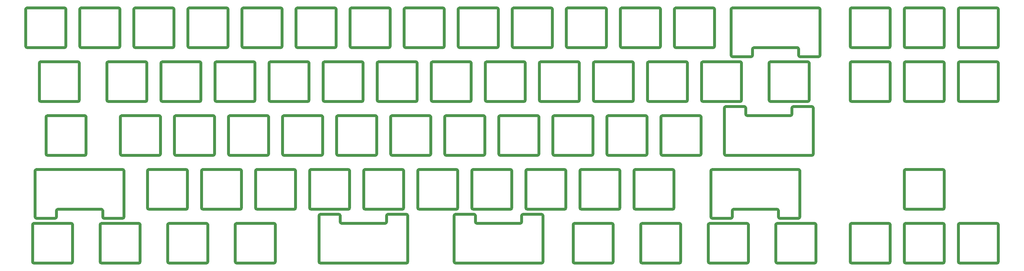
<source format=gbr>
%TF.GenerationSoftware,KiCad,Pcbnew,7.0.10*%
%TF.CreationDate,2024-04-23T22:37:38+02:00*%
%TF.ProjectId,plate,706c6174-652e-46b6-9963-61645f706362,rev?*%
%TF.SameCoordinates,Original*%
%TF.FileFunction,Copper,L1,Top*%
%TF.FilePolarity,Positive*%
%FSLAX46Y46*%
G04 Gerber Fmt 4.6, Leading zero omitted, Abs format (unit mm)*
G04 Created by KiCad (PCBNEW 7.0.10) date 2024-04-23 22:37:38*
%MOMM*%
%LPD*%
G01*
G04 APERTURE LIST*
%TA.AperFunction,EtchedComponent*%
%ADD10C,1.000000*%
%TD*%
G04 APERTURE END LIST*
D10*
%TO.C,MX63*%
X87956250Y-142750000D02*
X87956250Y-129650000D01*
X88456250Y-129150000D02*
X101556250Y-129150000D01*
X101556250Y-143250000D02*
X88456250Y-143250000D01*
X102056250Y-129650000D02*
X102056250Y-142750000D01*
X88456250Y-129150000D02*
G75*
G03*
X87956250Y-129650000I1J-500001D01*
G01*
X87956250Y-142750000D02*
G75*
G03*
X88456250Y-143250000I500001J1D01*
G01*
X102056250Y-129650000D02*
G75*
G03*
X101556250Y-129150000I-500000J0D01*
G01*
X101556250Y-143250000D02*
G75*
G03*
X102056250Y-142750000I0J500000D01*
G01*
%TO.C,MX45*%
X242737500Y-104650000D02*
X242737500Y-91550000D01*
X243237500Y-91050000D02*
X256337500Y-91050000D01*
X256337500Y-105150000D02*
X243237500Y-105150000D01*
X256837500Y-91550000D02*
X256837500Y-104650000D01*
X243237500Y-91050000D02*
G75*
G03*
X242737500Y-91550000I1J-500001D01*
G01*
X242737500Y-104650000D02*
G75*
G03*
X243237500Y-105150000I500001J1D01*
G01*
X256837500Y-91550000D02*
G75*
G03*
X256337500Y-91050000I-500000J0D01*
G01*
X256337500Y-105150000D02*
G75*
G03*
X256837500Y-104650000I0J500000D01*
G01*
%TO.C,MX27*%
X218925000Y-85600000D02*
X218925000Y-72500000D01*
X219425000Y-72000000D02*
X232525000Y-72000000D01*
X232525000Y-86100000D02*
X219425000Y-86100000D01*
X233025000Y-72500000D02*
X233025000Y-85600000D01*
X219425000Y-72000000D02*
G75*
G03*
X218925000Y-72500000I1J-500001D01*
G01*
X218925000Y-85600000D02*
G75*
G03*
X219425000Y-86100000I500001J1D01*
G01*
X233025000Y-72500000D02*
G75*
G03*
X232525000Y-72000000I-500000J0D01*
G01*
X232525000Y-86100000D02*
G75*
G03*
X233025000Y-85600000I0J500000D01*
G01*
%TO.C,MX35*%
X45093750Y-104650000D02*
X45093750Y-91550000D01*
X45593750Y-91050000D02*
X58693750Y-91050000D01*
X58693750Y-105150000D02*
X45593750Y-105150000D01*
X59193750Y-91550000D02*
X59193750Y-104650000D01*
X45593750Y-91050000D02*
G75*
G03*
X45093750Y-91550000I1J-500001D01*
G01*
X45093750Y-104650000D02*
G75*
G03*
X45593750Y-105150000I500001J1D01*
G01*
X59193750Y-91550000D02*
G75*
G03*
X58693750Y-91050000I-500000J0D01*
G01*
X58693750Y-105150000D02*
G75*
G03*
X59193750Y-104650000I0J500000D01*
G01*
%TO.C,MX13*%
X266550000Y-66550000D02*
X266550000Y-53450000D01*
X267050000Y-52950000D02*
X280150000Y-52950000D01*
X280150000Y-67050000D02*
X267050000Y-67050000D01*
X280650000Y-53450000D02*
X280650000Y-66550000D01*
X267050000Y-52950000D02*
G75*
G03*
X266550000Y-53450000I1J-500001D01*
G01*
X266550000Y-66550000D02*
G75*
G03*
X267050000Y-67050000I500001J1D01*
G01*
X280650000Y-53450000D02*
G75*
G03*
X280150000Y-52950000I-500000J0D01*
G01*
X280150000Y-67050000D02*
G75*
G03*
X280650000Y-66550000I0J500000D01*
G01*
%TO.C,MX48*%
X41256250Y-126900000D02*
X41256250Y-110600000D01*
X41756250Y-110100000D02*
X72056250Y-110100000D01*
X48256250Y-127400000D02*
X41756250Y-127400000D01*
X48756250Y-124700000D02*
X48756250Y-126900000D01*
X64556250Y-124200000D02*
X49256250Y-124200000D01*
X65056250Y-126900000D02*
X65056250Y-124700000D01*
X72056250Y-127400000D02*
X65556250Y-127400000D01*
X72556250Y-110650000D02*
X72556250Y-126900000D01*
X41756250Y-110100000D02*
G75*
G03*
X41256250Y-110600000I1J-500001D01*
G01*
X41256250Y-126900000D02*
G75*
G03*
X41756250Y-127400000I500001J1D01*
G01*
X49256250Y-124200000D02*
G75*
G03*
X48756250Y-124700000I1J-500001D01*
G01*
X48256250Y-127400000D02*
G75*
G03*
X48756250Y-126900000I-1J500001D01*
G01*
X65056250Y-124700000D02*
G75*
G03*
X64556250Y-124200000I-500000J0D01*
G01*
X65056250Y-126900000D02*
G75*
G03*
X65556250Y-127400000I500000J0D01*
G01*
X72556250Y-110600000D02*
G75*
G03*
X72056250Y-110100000I-500000J0D01*
G01*
X72056250Y-127400000D02*
G75*
G03*
X72556250Y-126900000I0J500000D01*
G01*
%TO.C,MX31*%
X299887500Y-85600000D02*
X299887500Y-72500000D01*
X300387500Y-72000000D02*
X313487500Y-72000000D01*
X313487500Y-86100000D02*
X300387500Y-86100000D01*
X313987500Y-72500000D02*
X313987500Y-85600000D01*
X300387500Y-72000000D02*
G75*
G03*
X299887500Y-72500000I1J-500001D01*
G01*
X299887500Y-85600000D02*
G75*
G03*
X300387500Y-86100000I500001J1D01*
G01*
X313987500Y-72500000D02*
G75*
G03*
X313487500Y-72000000I-500000J0D01*
G01*
X313487500Y-86100000D02*
G75*
G03*
X313987500Y-85600000I0J500000D01*
G01*
%TO.C,MX36*%
X71287500Y-104650000D02*
X71287500Y-91550000D01*
X71787500Y-91050000D02*
X84887500Y-91050000D01*
X84887500Y-105150000D02*
X71787500Y-105150000D01*
X85387500Y-91550000D02*
X85387500Y-104650000D01*
X71787500Y-91050000D02*
G75*
G03*
X71287500Y-91550000I1J-500001D01*
G01*
X71287500Y-104650000D02*
G75*
G03*
X71787500Y-105150000I500001J1D01*
G01*
X85387500Y-91550000D02*
G75*
G03*
X84887500Y-91050000I-500000J0D01*
G01*
X84887500Y-105150000D02*
G75*
G03*
X85387500Y-104650000I0J500000D01*
G01*
%TO.C,MX4*%
X95100000Y-66550000D02*
X95100000Y-53450000D01*
X95600000Y-52950000D02*
X108700000Y-52950000D01*
X108700000Y-67050000D02*
X95600000Y-67050000D01*
X109200000Y-53450000D02*
X109200000Y-66550000D01*
X95600000Y-52950000D02*
G75*
G03*
X95100000Y-53450000I1J-500001D01*
G01*
X95100000Y-66550000D02*
G75*
G03*
X95600000Y-67050000I500001J1D01*
G01*
X109200000Y-53450000D02*
G75*
G03*
X108700000Y-52950000I-500000J0D01*
G01*
X108700000Y-67050000D02*
G75*
G03*
X109200000Y-66550000I0J500000D01*
G01*
%TO.C,MX56*%
X214162500Y-123700000D02*
X214162500Y-110600000D01*
X214662500Y-110100000D02*
X227762500Y-110100000D01*
X227762500Y-124200000D02*
X214662500Y-124200000D01*
X228262500Y-110600000D02*
X228262500Y-123700000D01*
X214662500Y-110100000D02*
G75*
G03*
X214162500Y-110600000I1J-500001D01*
G01*
X214162500Y-123700000D02*
G75*
G03*
X214662500Y-124200000I500001J1D01*
G01*
X228262500Y-110600000D02*
G75*
G03*
X227762500Y-110100000I-500000J0D01*
G01*
X227762500Y-124200000D02*
G75*
G03*
X228262500Y-123700000I0J500000D01*
G01*
%TO.C,MX70*%
X302268750Y-142750000D02*
X302268750Y-129650000D01*
X302768750Y-129150000D02*
X315868750Y-129150000D01*
X315868750Y-143250000D02*
X302768750Y-143250000D01*
X316368750Y-129650000D02*
X316368750Y-142750000D01*
X302768750Y-129150000D02*
G75*
G03*
X302268750Y-129650000I1J-500001D01*
G01*
X302268750Y-142750000D02*
G75*
G03*
X302768750Y-143250000I500001J1D01*
G01*
X316368750Y-129650000D02*
G75*
G03*
X315868750Y-129150000I-500000J0D01*
G01*
X315868750Y-143250000D02*
G75*
G03*
X316368750Y-142750000I0J500000D01*
G01*
%TO.C,MX72*%
X347512500Y-142750000D02*
X347512500Y-129650000D01*
X348012500Y-129150000D02*
X361112500Y-129150000D01*
X361112500Y-143250000D02*
X348012500Y-143250000D01*
X361612500Y-129650000D02*
X361612500Y-142750000D01*
X348012500Y-129150000D02*
G75*
G03*
X347512500Y-129650000I1J-500001D01*
G01*
X347512500Y-142750000D02*
G75*
G03*
X348012500Y-143250000I500001J1D01*
G01*
X361612500Y-129650000D02*
G75*
G03*
X361112500Y-129150000I-500000J0D01*
G01*
X361112500Y-143250000D02*
G75*
G03*
X361612500Y-142750000I0J500000D01*
G01*
%TO.C,MX66*%
X220193750Y-126450000D02*
X220193750Y-142750000D01*
X219693750Y-143250000D02*
X189393750Y-143250000D01*
X213193750Y-125950000D02*
X219693750Y-125950000D01*
X212693750Y-128650000D02*
X212693750Y-126450000D01*
X196893750Y-129150000D02*
X212193750Y-129150000D01*
X196393750Y-126450000D02*
X196393750Y-128650000D01*
X189393750Y-125950000D02*
X195893750Y-125950000D01*
X188893750Y-142700000D02*
X188893750Y-126450000D01*
X219693750Y-143250000D02*
G75*
G03*
X220193750Y-142750000I-1J500001D01*
G01*
X220193750Y-126450000D02*
G75*
G03*
X219693750Y-125950000I-500001J-1D01*
G01*
X212193750Y-129150000D02*
G75*
G03*
X212693750Y-128650000I-1J500001D01*
G01*
X213193750Y-125950000D02*
G75*
G03*
X212693750Y-126450000I1J-500001D01*
G01*
X196393750Y-128650000D02*
G75*
G03*
X196893750Y-129150000I500000J0D01*
G01*
X196393750Y-126450000D02*
G75*
G03*
X195893750Y-125950000I-500000J0D01*
G01*
X188893750Y-142750000D02*
G75*
G03*
X189393750Y-143250000I500000J0D01*
G01*
X189393750Y-125950000D02*
G75*
G03*
X188893750Y-126450000I0J-500000D01*
G01*
%TO.C,MX46*%
X261787500Y-104650000D02*
X261787500Y-91550000D01*
X262287500Y-91050000D02*
X275387500Y-91050000D01*
X275387500Y-105150000D02*
X262287500Y-105150000D01*
X275887500Y-91550000D02*
X275887500Y-104650000D01*
X262287500Y-91050000D02*
G75*
G03*
X261787500Y-91550000I1J-500001D01*
G01*
X261787500Y-104650000D02*
G75*
G03*
X262287500Y-105150000I500001J1D01*
G01*
X275887500Y-91550000D02*
G75*
G03*
X275387500Y-91050000I-500000J0D01*
G01*
X275387500Y-105150000D02*
G75*
G03*
X275887500Y-104650000I0J500000D01*
G01*
%TO.C,MX49*%
X80812500Y-123700000D02*
X80812500Y-110600000D01*
X81312500Y-110100000D02*
X94412500Y-110100000D01*
X94412500Y-124200000D02*
X81312500Y-124200000D01*
X94912500Y-110600000D02*
X94912500Y-123700000D01*
X81312500Y-110100000D02*
G75*
G03*
X80812500Y-110600000I1J-500001D01*
G01*
X80812500Y-123700000D02*
G75*
G03*
X81312500Y-124200000I500001J1D01*
G01*
X94912500Y-110600000D02*
G75*
G03*
X94412500Y-110100000I-500000J0D01*
G01*
X94412500Y-124200000D02*
G75*
G03*
X94912500Y-123700000I0J500000D01*
G01*
%TO.C,MX3*%
X76050000Y-66550000D02*
X76050000Y-53450000D01*
X76550000Y-52950000D02*
X89650000Y-52950000D01*
X89650000Y-67050000D02*
X76550000Y-67050000D01*
X90150000Y-53450000D02*
X90150000Y-66550000D01*
X76550000Y-52950000D02*
G75*
G03*
X76050000Y-53450000I1J-500001D01*
G01*
X76050000Y-66550000D02*
G75*
G03*
X76550000Y-67050000I500001J1D01*
G01*
X90150000Y-53450000D02*
G75*
G03*
X89650000Y-52950000I-500000J0D01*
G01*
X89650000Y-67050000D02*
G75*
G03*
X90150000Y-66550000I0J500000D01*
G01*
%TO.C,MX54*%
X176062500Y-123700000D02*
X176062500Y-110600000D01*
X176562500Y-110100000D02*
X189662500Y-110100000D01*
X189662500Y-124200000D02*
X176562500Y-124200000D01*
X190162500Y-110600000D02*
X190162500Y-123700000D01*
X176562500Y-110100000D02*
G75*
G03*
X176062500Y-110600000I1J-500001D01*
G01*
X176062500Y-123700000D02*
G75*
G03*
X176562500Y-124200000I500001J1D01*
G01*
X190162500Y-110600000D02*
G75*
G03*
X189662500Y-110100000I-500000J0D01*
G01*
X189662500Y-124200000D02*
G75*
G03*
X190162500Y-123700000I0J500000D01*
G01*
%TO.C,MX38*%
X109387500Y-104650000D02*
X109387500Y-91550000D01*
X109887500Y-91050000D02*
X122987500Y-91050000D01*
X122987500Y-105150000D02*
X109887500Y-105150000D01*
X123487500Y-91550000D02*
X123487500Y-104650000D01*
X109887500Y-91050000D02*
G75*
G03*
X109387500Y-91550000I1J-500001D01*
G01*
X109387500Y-104650000D02*
G75*
G03*
X109887500Y-105150000I500001J1D01*
G01*
X123487500Y-91550000D02*
G75*
G03*
X122987500Y-91050000I-500000J0D01*
G01*
X122987500Y-105150000D02*
G75*
G03*
X123487500Y-104650000I0J500000D01*
G01*
%TO.C,MX25*%
X180825000Y-85600000D02*
X180825000Y-72500000D01*
X181325000Y-72000000D02*
X194425000Y-72000000D01*
X194425000Y-86100000D02*
X181325000Y-86100000D01*
X194925000Y-72500000D02*
X194925000Y-85600000D01*
X181325000Y-72000000D02*
G75*
G03*
X180825000Y-72500000I1J-500001D01*
G01*
X180825000Y-85600000D02*
G75*
G03*
X181325000Y-86100000I500001J1D01*
G01*
X194925000Y-72500000D02*
G75*
G03*
X194425000Y-72000000I-500000J0D01*
G01*
X194425000Y-86100000D02*
G75*
G03*
X194925000Y-85600000I0J500000D01*
G01*
%TO.C,MX26*%
X199875000Y-85600000D02*
X199875000Y-72500000D01*
X200375000Y-72000000D02*
X213475000Y-72000000D01*
X213475000Y-86100000D02*
X200375000Y-86100000D01*
X213975000Y-72500000D02*
X213975000Y-85600000D01*
X200375000Y-72000000D02*
G75*
G03*
X199875000Y-72500000I1J-500001D01*
G01*
X199875000Y-85600000D02*
G75*
G03*
X200375000Y-86100000I500001J1D01*
G01*
X213975000Y-72500000D02*
G75*
G03*
X213475000Y-72000000I-500000J0D01*
G01*
X213475000Y-86100000D02*
G75*
G03*
X213975000Y-85600000I0J500000D01*
G01*
%TO.C,MX71*%
X328462500Y-142750000D02*
X328462500Y-129650000D01*
X328962500Y-129150000D02*
X342062500Y-129150000D01*
X342062500Y-143250000D02*
X328962500Y-143250000D01*
X342562500Y-129650000D02*
X342562500Y-142750000D01*
X328962500Y-129150000D02*
G75*
G03*
X328462500Y-129650000I1J-500001D01*
G01*
X328462500Y-142750000D02*
G75*
G03*
X328962500Y-143250000I500001J1D01*
G01*
X342562500Y-129650000D02*
G75*
G03*
X342062500Y-129150000I-500000J0D01*
G01*
X342062500Y-143250000D02*
G75*
G03*
X342562500Y-142750000I0J500000D01*
G01*
%TO.C,MX67*%
X230831250Y-142750000D02*
X230831250Y-129650000D01*
X231331250Y-129150000D02*
X244431250Y-129150000D01*
X244431250Y-143250000D02*
X231331250Y-143250000D01*
X244931250Y-129650000D02*
X244931250Y-142750000D01*
X231331250Y-129150000D02*
G75*
G03*
X230831250Y-129650000I1J-500001D01*
G01*
X230831250Y-142750000D02*
G75*
G03*
X231331250Y-143250000I500001J1D01*
G01*
X244931250Y-129650000D02*
G75*
G03*
X244431250Y-129150000I-500000J0D01*
G01*
X244431250Y-143250000D02*
G75*
G03*
X244931250Y-142750000I0J500000D01*
G01*
%TO.C,MX58*%
X252262500Y-123700000D02*
X252262500Y-110600000D01*
X252762500Y-110100000D02*
X265862500Y-110100000D01*
X265862500Y-124200000D02*
X252762500Y-124200000D01*
X266362500Y-110600000D02*
X266362500Y-123700000D01*
X252762500Y-110100000D02*
G75*
G03*
X252262500Y-110600000I1J-500001D01*
G01*
X252262500Y-123700000D02*
G75*
G03*
X252762500Y-124200000I500001J1D01*
G01*
X266362500Y-110600000D02*
G75*
G03*
X265862500Y-110100000I-500000J0D01*
G01*
X265862500Y-124200000D02*
G75*
G03*
X266362500Y-123700000I0J500000D01*
G01*
%TO.C,MX47*%
X315443750Y-88350000D02*
X315443750Y-104650000D01*
X314943750Y-105150000D02*
X284643750Y-105150000D01*
X308443750Y-87850000D02*
X314943750Y-87850000D01*
X307943750Y-90550000D02*
X307943750Y-88350000D01*
X292143750Y-91050000D02*
X307443750Y-91050000D01*
X291643750Y-88350000D02*
X291643750Y-90550000D01*
X284643750Y-87850000D02*
X291143750Y-87850000D01*
X284143750Y-104600000D02*
X284143750Y-88350000D01*
X314943750Y-105150000D02*
G75*
G03*
X315443750Y-104650000I-1J500001D01*
G01*
X315443750Y-88350000D02*
G75*
G03*
X314943750Y-87850000I-500001J-1D01*
G01*
X307443750Y-91050000D02*
G75*
G03*
X307943750Y-90550000I-1J500001D01*
G01*
X308443750Y-87850000D02*
G75*
G03*
X307943750Y-88350000I1J-500001D01*
G01*
X291643750Y-90550000D02*
G75*
G03*
X292143750Y-91050000I500000J0D01*
G01*
X291643750Y-88350000D02*
G75*
G03*
X291143750Y-87850000I-500000J0D01*
G01*
X284143750Y-104650000D02*
G75*
G03*
X284643750Y-105150000I500000J0D01*
G01*
X284643750Y-87850000D02*
G75*
G03*
X284143750Y-88350000I0J-500000D01*
G01*
%TO.C,MX44*%
X223687500Y-104650000D02*
X223687500Y-91550000D01*
X224187500Y-91050000D02*
X237287500Y-91050000D01*
X237287500Y-105150000D02*
X224187500Y-105150000D01*
X237787500Y-91550000D02*
X237787500Y-104650000D01*
X224187500Y-91050000D02*
G75*
G03*
X223687500Y-91550000I1J-500001D01*
G01*
X223687500Y-104650000D02*
G75*
G03*
X224187500Y-105150000I500001J1D01*
G01*
X237787500Y-91550000D02*
G75*
G03*
X237287500Y-91050000I-500000J0D01*
G01*
X237287500Y-105150000D02*
G75*
G03*
X237787500Y-104650000I0J500000D01*
G01*
%TO.C,MX29*%
X257025000Y-85600000D02*
X257025000Y-72500000D01*
X257525000Y-72000000D02*
X270625000Y-72000000D01*
X270625000Y-86100000D02*
X257525000Y-86100000D01*
X271125000Y-72500000D02*
X271125000Y-85600000D01*
X257525000Y-72000000D02*
G75*
G03*
X257025000Y-72500000I1J-500001D01*
G01*
X257025000Y-85600000D02*
G75*
G03*
X257525000Y-86100000I500001J1D01*
G01*
X271125000Y-72500000D02*
G75*
G03*
X270625000Y-72000000I-500000J0D01*
G01*
X270625000Y-86100000D02*
G75*
G03*
X271125000Y-85600000I0J500000D01*
G01*
%TO.C,MX15*%
X328462500Y-66550000D02*
X328462500Y-53450000D01*
X328962500Y-52950000D02*
X342062500Y-52950000D01*
X342062500Y-67050000D02*
X328962500Y-67050000D01*
X342562500Y-53450000D02*
X342562500Y-66550000D01*
X328962500Y-52950000D02*
G75*
G03*
X328462500Y-53450000I1J-500001D01*
G01*
X328462500Y-66550000D02*
G75*
G03*
X328962500Y-67050000I500001J1D01*
G01*
X342562500Y-53450000D02*
G75*
G03*
X342062500Y-52950000I-500000J0D01*
G01*
X342062500Y-67050000D02*
G75*
G03*
X342562500Y-66550000I0J500000D01*
G01*
%TO.C,MX40*%
X147487500Y-104650000D02*
X147487500Y-91550000D01*
X147987500Y-91050000D02*
X161087500Y-91050000D01*
X161087500Y-105150000D02*
X147987500Y-105150000D01*
X161587500Y-91550000D02*
X161587500Y-104650000D01*
X147987500Y-91050000D02*
G75*
G03*
X147487500Y-91550000I1J-500001D01*
G01*
X147487500Y-104650000D02*
G75*
G03*
X147987500Y-105150000I500001J1D01*
G01*
X161587500Y-91550000D02*
G75*
G03*
X161087500Y-91050000I-500000J0D01*
G01*
X161087500Y-105150000D02*
G75*
G03*
X161587500Y-104650000I0J500000D01*
G01*
%TO.C,MX18*%
X42712500Y-85600000D02*
X42712500Y-72500000D01*
X43212500Y-72000000D02*
X56312500Y-72000000D01*
X56312500Y-86100000D02*
X43212500Y-86100000D01*
X56812500Y-72500000D02*
X56812500Y-85600000D01*
X43212500Y-72000000D02*
G75*
G03*
X42712500Y-72500000I1J-500001D01*
G01*
X42712500Y-85600000D02*
G75*
G03*
X43212500Y-86100000I500001J1D01*
G01*
X56812500Y-72500000D02*
G75*
G03*
X56312500Y-72000000I-500000J0D01*
G01*
X56312500Y-86100000D02*
G75*
G03*
X56812500Y-85600000I0J500000D01*
G01*
%TO.C,MX55*%
X195112500Y-123700000D02*
X195112500Y-110600000D01*
X195612500Y-110100000D02*
X208712500Y-110100000D01*
X208712500Y-124200000D02*
X195612500Y-124200000D01*
X209212500Y-110600000D02*
X209212500Y-123700000D01*
X195612500Y-110100000D02*
G75*
G03*
X195112500Y-110600000I1J-500001D01*
G01*
X195112500Y-123700000D02*
G75*
G03*
X195612500Y-124200000I500001J1D01*
G01*
X209212500Y-110600000D02*
G75*
G03*
X208712500Y-110100000I-500000J0D01*
G01*
X208712500Y-124200000D02*
G75*
G03*
X209212500Y-123700000I0J500000D01*
G01*
%TO.C,MX69*%
X278456250Y-142750000D02*
X278456250Y-129650000D01*
X278956250Y-129150000D02*
X292056250Y-129150000D01*
X292056250Y-143250000D02*
X278956250Y-143250000D01*
X292556250Y-129650000D02*
X292556250Y-142750000D01*
X278956250Y-129150000D02*
G75*
G03*
X278456250Y-129650000I1J-500001D01*
G01*
X278456250Y-142750000D02*
G75*
G03*
X278956250Y-143250000I500001J1D01*
G01*
X292556250Y-129650000D02*
G75*
G03*
X292056250Y-129150000I-500000J0D01*
G01*
X292056250Y-143250000D02*
G75*
G03*
X292556250Y-142750000I0J500000D01*
G01*
%TO.C,MX52*%
X137962500Y-123700000D02*
X137962500Y-110600000D01*
X138462500Y-110100000D02*
X151562500Y-110100000D01*
X151562500Y-124200000D02*
X138462500Y-124200000D01*
X152062500Y-110600000D02*
X152062500Y-123700000D01*
X138462500Y-110100000D02*
G75*
G03*
X137962500Y-110600000I1J-500001D01*
G01*
X137962500Y-123700000D02*
G75*
G03*
X138462500Y-124200000I500001J1D01*
G01*
X152062500Y-110600000D02*
G75*
G03*
X151562500Y-110100000I-500000J0D01*
G01*
X151562500Y-124200000D02*
G75*
G03*
X152062500Y-123700000I0J500000D01*
G01*
%TO.C,MX43*%
X204637500Y-104650000D02*
X204637500Y-91550000D01*
X205137500Y-91050000D02*
X218237500Y-91050000D01*
X218237500Y-105150000D02*
X205137500Y-105150000D01*
X218737500Y-91550000D02*
X218737500Y-104650000D01*
X205137500Y-91050000D02*
G75*
G03*
X204637500Y-91550000I1J-500001D01*
G01*
X204637500Y-104650000D02*
G75*
G03*
X205137500Y-105150000I500001J1D01*
G01*
X218737500Y-91550000D02*
G75*
G03*
X218237500Y-91050000I-500000J0D01*
G01*
X218237500Y-105150000D02*
G75*
G03*
X218737500Y-104650000I0J500000D01*
G01*
%TO.C,MX33*%
X347512500Y-85600000D02*
X347512500Y-72500000D01*
X348012500Y-72000000D02*
X361112500Y-72000000D01*
X361112500Y-86100000D02*
X348012500Y-86100000D01*
X361612500Y-72500000D02*
X361612500Y-85600000D01*
X348012500Y-72000000D02*
G75*
G03*
X347512500Y-72500000I1J-500001D01*
G01*
X347512500Y-85600000D02*
G75*
G03*
X348012500Y-86100000I500001J1D01*
G01*
X361612500Y-72500000D02*
G75*
G03*
X361112500Y-72000000I-500000J0D01*
G01*
X361112500Y-86100000D02*
G75*
G03*
X361612500Y-85600000I0J500000D01*
G01*
%TO.C,MX7*%
X152250000Y-66550000D02*
X152250000Y-53450000D01*
X152750000Y-52950000D02*
X165850000Y-52950000D01*
X165850000Y-67050000D02*
X152750000Y-67050000D01*
X166350000Y-53450000D02*
X166350000Y-66550000D01*
X152750000Y-52950000D02*
G75*
G03*
X152250000Y-53450000I1J-500001D01*
G01*
X152250000Y-66550000D02*
G75*
G03*
X152750000Y-67050000I500001J1D01*
G01*
X166350000Y-53450000D02*
G75*
G03*
X165850000Y-52950000I-500000J0D01*
G01*
X165850000Y-67050000D02*
G75*
G03*
X166350000Y-66550000I0J500000D01*
G01*
%TO.C,MX23*%
X142725000Y-85600000D02*
X142725000Y-72500000D01*
X143225000Y-72000000D02*
X156325000Y-72000000D01*
X156325000Y-86100000D02*
X143225000Y-86100000D01*
X156825000Y-72500000D02*
X156825000Y-85600000D01*
X143225000Y-72000000D02*
G75*
G03*
X142725000Y-72500000I1J-500001D01*
G01*
X142725000Y-85600000D02*
G75*
G03*
X143225000Y-86100000I500001J1D01*
G01*
X156825000Y-72500000D02*
G75*
G03*
X156325000Y-72000000I-500000J0D01*
G01*
X156325000Y-86100000D02*
G75*
G03*
X156825000Y-85600000I0J500000D01*
G01*
%TO.C,MX37*%
X90337500Y-104650000D02*
X90337500Y-91550000D01*
X90837500Y-91050000D02*
X103937500Y-91050000D01*
X103937500Y-105150000D02*
X90837500Y-105150000D01*
X104437500Y-91550000D02*
X104437500Y-104650000D01*
X90837500Y-91050000D02*
G75*
G03*
X90337500Y-91550000I1J-500001D01*
G01*
X90337500Y-104650000D02*
G75*
G03*
X90837500Y-105150000I500001J1D01*
G01*
X104437500Y-91550000D02*
G75*
G03*
X103937500Y-91050000I-500000J0D01*
G01*
X103937500Y-105150000D02*
G75*
G03*
X104437500Y-104650000I0J500000D01*
G01*
%TO.C,MX8*%
X171300000Y-66550000D02*
X171300000Y-53450000D01*
X171800000Y-52950000D02*
X184900000Y-52950000D01*
X184900000Y-67050000D02*
X171800000Y-67050000D01*
X185400000Y-53450000D02*
X185400000Y-66550000D01*
X171800000Y-52950000D02*
G75*
G03*
X171300000Y-53450000I1J-500001D01*
G01*
X171300000Y-66550000D02*
G75*
G03*
X171800000Y-67050000I500001J1D01*
G01*
X185400000Y-53450000D02*
G75*
G03*
X184900000Y-52950000I-500000J0D01*
G01*
X184900000Y-67050000D02*
G75*
G03*
X185400000Y-66550000I0J500000D01*
G01*
%TO.C,MX73*%
X366562500Y-142750000D02*
X366562500Y-129650000D01*
X367062500Y-129150000D02*
X380162500Y-129150000D01*
X380162500Y-143250000D02*
X367062500Y-143250000D01*
X380662500Y-129650000D02*
X380662500Y-142750000D01*
X367062500Y-129150000D02*
G75*
G03*
X366562500Y-129650000I1J-500001D01*
G01*
X366562500Y-142750000D02*
G75*
G03*
X367062500Y-143250000I500001J1D01*
G01*
X380662500Y-129650000D02*
G75*
G03*
X380162500Y-129150000I-500000J0D01*
G01*
X380162500Y-143250000D02*
G75*
G03*
X380662500Y-142750000I0J500000D01*
G01*
%TO.C,MX9*%
X190350000Y-66550000D02*
X190350000Y-53450000D01*
X190850000Y-52950000D02*
X203950000Y-52950000D01*
X203950000Y-67050000D02*
X190850000Y-67050000D01*
X204450000Y-53450000D02*
X204450000Y-66550000D01*
X190850000Y-52950000D02*
G75*
G03*
X190350000Y-53450000I1J-500001D01*
G01*
X190350000Y-66550000D02*
G75*
G03*
X190850000Y-67050000I500001J1D01*
G01*
X204450000Y-53450000D02*
G75*
G03*
X203950000Y-52950000I-500000J0D01*
G01*
X203950000Y-67050000D02*
G75*
G03*
X204450000Y-66550000I0J500000D01*
G01*
%TO.C,MX21*%
X104625000Y-85600000D02*
X104625000Y-72500000D01*
X105125000Y-72000000D02*
X118225000Y-72000000D01*
X118225000Y-86100000D02*
X105125000Y-86100000D01*
X118725000Y-72500000D02*
X118725000Y-85600000D01*
X105125000Y-72000000D02*
G75*
G03*
X104625000Y-72500000I1J-500001D01*
G01*
X104625000Y-85600000D02*
G75*
G03*
X105125000Y-86100000I500001J1D01*
G01*
X118725000Y-72500000D02*
G75*
G03*
X118225000Y-72000000I-500000J0D01*
G01*
X118225000Y-86100000D02*
G75*
G03*
X118725000Y-85600000I0J500000D01*
G01*
%TO.C,MX16*%
X347512500Y-66550000D02*
X347512500Y-53450000D01*
X348012500Y-52950000D02*
X361112500Y-52950000D01*
X361112500Y-67050000D02*
X348012500Y-67050000D01*
X361612500Y-53450000D02*
X361612500Y-66550000D01*
X348012500Y-52950000D02*
G75*
G03*
X347512500Y-53450000I1J-500001D01*
G01*
X347512500Y-66550000D02*
G75*
G03*
X348012500Y-67050000I500001J1D01*
G01*
X361612500Y-53450000D02*
G75*
G03*
X361112500Y-52950000I-500000J0D01*
G01*
X361112500Y-67050000D02*
G75*
G03*
X361612500Y-66550000I0J500000D01*
G01*
%TO.C,MX11*%
X228450000Y-66550000D02*
X228450000Y-53450000D01*
X228950000Y-52950000D02*
X242050000Y-52950000D01*
X242050000Y-67050000D02*
X228950000Y-67050000D01*
X242550000Y-53450000D02*
X242550000Y-66550000D01*
X228950000Y-52950000D02*
G75*
G03*
X228450000Y-53450000I1J-500001D01*
G01*
X228450000Y-66550000D02*
G75*
G03*
X228950000Y-67050000I500001J1D01*
G01*
X242550000Y-53450000D02*
G75*
G03*
X242050000Y-52950000I-500000J0D01*
G01*
X242050000Y-67050000D02*
G75*
G03*
X242550000Y-66550000I0J500000D01*
G01*
%TO.C,MX51*%
X118912500Y-123700000D02*
X118912500Y-110600000D01*
X119412500Y-110100000D02*
X132512500Y-110100000D01*
X132512500Y-124200000D02*
X119412500Y-124200000D01*
X133012500Y-110600000D02*
X133012500Y-123700000D01*
X119412500Y-110100000D02*
G75*
G03*
X118912500Y-110600000I1J-500001D01*
G01*
X118912500Y-123700000D02*
G75*
G03*
X119412500Y-124200000I500001J1D01*
G01*
X133012500Y-110600000D02*
G75*
G03*
X132512500Y-110100000I-500000J0D01*
G01*
X132512500Y-124200000D02*
G75*
G03*
X133012500Y-123700000I0J500000D01*
G01*
%TO.C,MX34*%
X366562500Y-85600000D02*
X366562500Y-72500000D01*
X367062500Y-72000000D02*
X380162500Y-72000000D01*
X380162500Y-86100000D02*
X367062500Y-86100000D01*
X380662500Y-72500000D02*
X380662500Y-85600000D01*
X367062500Y-72000000D02*
G75*
G03*
X366562500Y-72500000I1J-500001D01*
G01*
X366562500Y-85600000D02*
G75*
G03*
X367062500Y-86100000I500001J1D01*
G01*
X380662500Y-72500000D02*
G75*
G03*
X380162500Y-72000000I-500000J0D01*
G01*
X380162500Y-86100000D02*
G75*
G03*
X380662500Y-85600000I0J500000D01*
G01*
%TO.C,MX6*%
X133200000Y-66550000D02*
X133200000Y-53450000D01*
X133700000Y-52950000D02*
X146800000Y-52950000D01*
X146800000Y-67050000D02*
X133700000Y-67050000D01*
X147300000Y-53450000D02*
X147300000Y-66550000D01*
X133700000Y-52950000D02*
G75*
G03*
X133200000Y-53450000I1J-500001D01*
G01*
X133200000Y-66550000D02*
G75*
G03*
X133700000Y-67050000I500001J1D01*
G01*
X147300000Y-53450000D02*
G75*
G03*
X146800000Y-52950000I-500000J0D01*
G01*
X146800000Y-67050000D02*
G75*
G03*
X147300000Y-66550000I0J500000D01*
G01*
%TO.C,MX61*%
X40331250Y-142750000D02*
X40331250Y-129650000D01*
X40831250Y-129150000D02*
X53931250Y-129150000D01*
X53931250Y-143250000D02*
X40831250Y-143250000D01*
X54431250Y-129650000D02*
X54431250Y-142750000D01*
X40831250Y-129150000D02*
G75*
G03*
X40331250Y-129650000I1J-500001D01*
G01*
X40331250Y-142750000D02*
G75*
G03*
X40831250Y-143250000I500001J1D01*
G01*
X54431250Y-129650000D02*
G75*
G03*
X53931250Y-129150000I-500000J0D01*
G01*
X53931250Y-143250000D02*
G75*
G03*
X54431250Y-142750000I0J500000D01*
G01*
%TO.C,MX50*%
X99862500Y-123700000D02*
X99862500Y-110600000D01*
X100362500Y-110100000D02*
X113462500Y-110100000D01*
X113462500Y-124200000D02*
X100362500Y-124200000D01*
X113962500Y-110600000D02*
X113962500Y-123700000D01*
X100362500Y-110100000D02*
G75*
G03*
X99862500Y-110600000I1J-500001D01*
G01*
X99862500Y-123700000D02*
G75*
G03*
X100362500Y-124200000I500001J1D01*
G01*
X113962500Y-110600000D02*
G75*
G03*
X113462500Y-110100000I-500000J0D01*
G01*
X113462500Y-124200000D02*
G75*
G03*
X113962500Y-123700000I0J500000D01*
G01*
%TO.C,MX57*%
X233212500Y-123700000D02*
X233212500Y-110600000D01*
X233712500Y-110100000D02*
X246812500Y-110100000D01*
X246812500Y-124200000D02*
X233712500Y-124200000D01*
X247312500Y-110600000D02*
X247312500Y-123700000D01*
X233712500Y-110100000D02*
G75*
G03*
X233212500Y-110600000I1J-500001D01*
G01*
X233212500Y-123700000D02*
G75*
G03*
X233712500Y-124200000I500001J1D01*
G01*
X247312500Y-110600000D02*
G75*
G03*
X246812500Y-110100000I-500000J0D01*
G01*
X246812500Y-124200000D02*
G75*
G03*
X247312500Y-123700000I0J500000D01*
G01*
%TO.C,MX30*%
X276075000Y-85600000D02*
X276075000Y-72500000D01*
X276575000Y-72000000D02*
X289675000Y-72000000D01*
X289675000Y-86100000D02*
X276575000Y-86100000D01*
X290175000Y-72500000D02*
X290175000Y-85600000D01*
X276575000Y-72000000D02*
G75*
G03*
X276075000Y-72500000I1J-500001D01*
G01*
X276075000Y-85600000D02*
G75*
G03*
X276575000Y-86100000I500001J1D01*
G01*
X290175000Y-72500000D02*
G75*
G03*
X289675000Y-72000000I-500000J0D01*
G01*
X289675000Y-86100000D02*
G75*
G03*
X290175000Y-85600000I0J500000D01*
G01*
%TO.C,MX19*%
X66525000Y-85600000D02*
X66525000Y-72500000D01*
X67025000Y-72000000D02*
X80125000Y-72000000D01*
X80125000Y-86100000D02*
X67025000Y-86100000D01*
X80625000Y-72500000D02*
X80625000Y-85600000D01*
X67025000Y-72000000D02*
G75*
G03*
X66525000Y-72500000I1J-500001D01*
G01*
X66525000Y-85600000D02*
G75*
G03*
X67025000Y-86100000I500001J1D01*
G01*
X80625000Y-72500000D02*
G75*
G03*
X80125000Y-72000000I-500000J0D01*
G01*
X80125000Y-86100000D02*
G75*
G03*
X80625000Y-85600000I0J500000D01*
G01*
%TO.C,MX24*%
X161775000Y-85600000D02*
X161775000Y-72500000D01*
X162275000Y-72000000D02*
X175375000Y-72000000D01*
X175375000Y-86100000D02*
X162275000Y-86100000D01*
X175875000Y-72500000D02*
X175875000Y-85600000D01*
X162275000Y-72000000D02*
G75*
G03*
X161775000Y-72500000I1J-500001D01*
G01*
X161775000Y-85600000D02*
G75*
G03*
X162275000Y-86100000I500001J1D01*
G01*
X175875000Y-72500000D02*
G75*
G03*
X175375000Y-72000000I-500000J0D01*
G01*
X175375000Y-86100000D02*
G75*
G03*
X175875000Y-85600000I0J500000D01*
G01*
%TO.C,MX42*%
X185587500Y-104650000D02*
X185587500Y-91550000D01*
X186087500Y-91050000D02*
X199187500Y-91050000D01*
X199187500Y-105150000D02*
X186087500Y-105150000D01*
X199687500Y-91550000D02*
X199687500Y-104650000D01*
X186087500Y-91050000D02*
G75*
G03*
X185587500Y-91550000I1J-500001D01*
G01*
X185587500Y-104650000D02*
G75*
G03*
X186087500Y-105150000I500001J1D01*
G01*
X199687500Y-91550000D02*
G75*
G03*
X199187500Y-91050000I-500000J0D01*
G01*
X199187500Y-105150000D02*
G75*
G03*
X199687500Y-104650000I0J500000D01*
G01*
%TO.C,MX41*%
X166537500Y-104650000D02*
X166537500Y-91550000D01*
X167037500Y-91050000D02*
X180137500Y-91050000D01*
X180137500Y-105150000D02*
X167037500Y-105150000D01*
X180637500Y-91550000D02*
X180637500Y-104650000D01*
X167037500Y-91050000D02*
G75*
G03*
X166537500Y-91550000I1J-500001D01*
G01*
X166537500Y-104650000D02*
G75*
G03*
X167037500Y-105150000I500001J1D01*
G01*
X180637500Y-91550000D02*
G75*
G03*
X180137500Y-91050000I-500000J0D01*
G01*
X180137500Y-105150000D02*
G75*
G03*
X180637500Y-104650000I0J500000D01*
G01*
%TO.C,MX68*%
X254643750Y-142750000D02*
X254643750Y-129650000D01*
X255143750Y-129150000D02*
X268243750Y-129150000D01*
X268243750Y-143250000D02*
X255143750Y-143250000D01*
X268743750Y-129650000D02*
X268743750Y-142750000D01*
X255143750Y-129150000D02*
G75*
G03*
X254643750Y-129650000I1J-500001D01*
G01*
X254643750Y-142750000D02*
G75*
G03*
X255143750Y-143250000I500001J1D01*
G01*
X268743750Y-129650000D02*
G75*
G03*
X268243750Y-129150000I-500000J0D01*
G01*
X268243750Y-143250000D02*
G75*
G03*
X268743750Y-142750000I0J500000D01*
G01*
%TO.C,MX10*%
X209400000Y-66550000D02*
X209400000Y-53450000D01*
X209900000Y-52950000D02*
X223000000Y-52950000D01*
X223000000Y-67050000D02*
X209900000Y-67050000D01*
X223500000Y-53450000D02*
X223500000Y-66550000D01*
X209900000Y-52950000D02*
G75*
G03*
X209400000Y-53450000I1J-500001D01*
G01*
X209400000Y-66550000D02*
G75*
G03*
X209900000Y-67050000I500001J1D01*
G01*
X223500000Y-53450000D02*
G75*
G03*
X223000000Y-52950000I-500000J0D01*
G01*
X223000000Y-67050000D02*
G75*
G03*
X223500000Y-66550000I0J500000D01*
G01*
%TO.C,MX22*%
X123675000Y-85600000D02*
X123675000Y-72500000D01*
X124175000Y-72000000D02*
X137275000Y-72000000D01*
X137275000Y-86100000D02*
X124175000Y-86100000D01*
X137775000Y-72500000D02*
X137775000Y-85600000D01*
X124175000Y-72000000D02*
G75*
G03*
X123675000Y-72500000I1J-500001D01*
G01*
X123675000Y-85600000D02*
G75*
G03*
X124175000Y-86100000I500001J1D01*
G01*
X137775000Y-72500000D02*
G75*
G03*
X137275000Y-72000000I-500000J0D01*
G01*
X137275000Y-86100000D02*
G75*
G03*
X137775000Y-85600000I0J500000D01*
G01*
%TO.C,MX1*%
X37950000Y-66550000D02*
X37950000Y-53450000D01*
X38450000Y-52950000D02*
X51550000Y-52950000D01*
X51550000Y-67050000D02*
X38450000Y-67050000D01*
X52050000Y-53450000D02*
X52050000Y-66550000D01*
X38450000Y-52950000D02*
G75*
G03*
X37950000Y-53450000I1J-500001D01*
G01*
X37950000Y-66550000D02*
G75*
G03*
X38450000Y-67050000I500001J1D01*
G01*
X52050000Y-53450000D02*
G75*
G03*
X51550000Y-52950000I-500000J0D01*
G01*
X51550000Y-67050000D02*
G75*
G03*
X52050000Y-66550000I0J500000D01*
G01*
%TO.C,MX20*%
X85575000Y-85600000D02*
X85575000Y-72500000D01*
X86075000Y-72000000D02*
X99175000Y-72000000D01*
X99175000Y-86100000D02*
X86075000Y-86100000D01*
X99675000Y-72500000D02*
X99675000Y-85600000D01*
X86075000Y-72000000D02*
G75*
G03*
X85575000Y-72500000I1J-500001D01*
G01*
X85575000Y-85600000D02*
G75*
G03*
X86075000Y-86100000I500001J1D01*
G01*
X99675000Y-72500000D02*
G75*
G03*
X99175000Y-72000000I-500000J0D01*
G01*
X99175000Y-86100000D02*
G75*
G03*
X99675000Y-85600000I0J500000D01*
G01*
%TO.C,MX53*%
X157012500Y-123700000D02*
X157012500Y-110600000D01*
X157512500Y-110100000D02*
X170612500Y-110100000D01*
X170612500Y-124200000D02*
X157512500Y-124200000D01*
X171112500Y-110600000D02*
X171112500Y-123700000D01*
X157512500Y-110100000D02*
G75*
G03*
X157012500Y-110600000I1J-500001D01*
G01*
X157012500Y-123700000D02*
G75*
G03*
X157512500Y-124200000I500001J1D01*
G01*
X171112500Y-110600000D02*
G75*
G03*
X170612500Y-110100000I-500000J0D01*
G01*
X170612500Y-124200000D02*
G75*
G03*
X171112500Y-123700000I0J500000D01*
G01*
%TO.C,MX62*%
X64143750Y-142750000D02*
X64143750Y-129650000D01*
X64643750Y-129150000D02*
X77743750Y-129150000D01*
X77743750Y-143250000D02*
X64643750Y-143250000D01*
X78243750Y-129650000D02*
X78243750Y-142750000D01*
X64643750Y-129150000D02*
G75*
G03*
X64143750Y-129650000I1J-500001D01*
G01*
X64143750Y-142750000D02*
G75*
G03*
X64643750Y-143250000I500001J1D01*
G01*
X78243750Y-129650000D02*
G75*
G03*
X77743750Y-129150000I-500000J0D01*
G01*
X77743750Y-143250000D02*
G75*
G03*
X78243750Y-142750000I0J500000D01*
G01*
%TO.C,MX17*%
X366562500Y-66550000D02*
X366562500Y-53450000D01*
X367062500Y-52950000D02*
X380162500Y-52950000D01*
X380162500Y-67050000D02*
X367062500Y-67050000D01*
X380662500Y-53450000D02*
X380662500Y-66550000D01*
X367062500Y-52950000D02*
G75*
G03*
X366562500Y-53450000I1J-500001D01*
G01*
X366562500Y-66550000D02*
G75*
G03*
X367062500Y-67050000I500001J1D01*
G01*
X380662500Y-53450000D02*
G75*
G03*
X380162500Y-52950000I-500000J0D01*
G01*
X380162500Y-67050000D02*
G75*
G03*
X380662500Y-66550000I0J500000D01*
G01*
%TO.C,MX12*%
X247500000Y-66550000D02*
X247500000Y-53450000D01*
X248000000Y-52950000D02*
X261100000Y-52950000D01*
X261100000Y-67050000D02*
X248000000Y-67050000D01*
X261600000Y-53450000D02*
X261600000Y-66550000D01*
X248000000Y-52950000D02*
G75*
G03*
X247500000Y-53450000I1J-500001D01*
G01*
X247500000Y-66550000D02*
G75*
G03*
X248000000Y-67050000I500001J1D01*
G01*
X261600000Y-53450000D02*
G75*
G03*
X261100000Y-52950000I-500000J0D01*
G01*
X261100000Y-67050000D02*
G75*
G03*
X261600000Y-66550000I0J500000D01*
G01*
%TO.C,MX5*%
X114150000Y-66550000D02*
X114150000Y-53450000D01*
X114650000Y-52950000D02*
X127750000Y-52950000D01*
X127750000Y-67050000D02*
X114650000Y-67050000D01*
X128250000Y-53450000D02*
X128250000Y-66550000D01*
X114650000Y-52950000D02*
G75*
G03*
X114150000Y-53450000I1J-500001D01*
G01*
X114150000Y-66550000D02*
G75*
G03*
X114650000Y-67050000I500001J1D01*
G01*
X128250000Y-53450000D02*
G75*
G03*
X127750000Y-52950000I-500000J0D01*
G01*
X127750000Y-67050000D02*
G75*
G03*
X128250000Y-66550000I0J500000D01*
G01*
%TO.C,MX65*%
X172568750Y-126450000D02*
X172568750Y-142750000D01*
X172068750Y-143250000D02*
X141768750Y-143250000D01*
X165568750Y-125950000D02*
X172068750Y-125950000D01*
X165068750Y-128650000D02*
X165068750Y-126450000D01*
X149268750Y-129150000D02*
X164568750Y-129150000D01*
X148768750Y-126450000D02*
X148768750Y-128650000D01*
X141768750Y-125950000D02*
X148268750Y-125950000D01*
X141268750Y-142750000D02*
X141268750Y-126450000D01*
X172068750Y-143250000D02*
G75*
G03*
X172568750Y-142750000I-1J500001D01*
G01*
X172568750Y-126450000D02*
G75*
G03*
X172068750Y-125950000I-500001J-1D01*
G01*
X164568750Y-129150000D02*
G75*
G03*
X165068750Y-128650000I-1J500001D01*
G01*
X165568750Y-125950000D02*
G75*
G03*
X165068750Y-126450000I1J-500001D01*
G01*
X148768750Y-128650000D02*
G75*
G03*
X149268750Y-129150000I500000J0D01*
G01*
X148768750Y-126450000D02*
G75*
G03*
X148268750Y-125950000I-500000J0D01*
G01*
X141268750Y-142750000D02*
G75*
G03*
X141768750Y-143250000I500000J0D01*
G01*
X141768750Y-125950000D02*
G75*
G03*
X141268750Y-126450000I0J-500000D01*
G01*
%TO.C,MX14*%
X286525000Y-69750000D02*
X286525000Y-53450000D01*
X287025000Y-52950000D02*
X317325000Y-52950000D01*
X293525000Y-70250000D02*
X287025000Y-70250000D01*
X294025000Y-67550000D02*
X294025000Y-69750000D01*
X309825000Y-67050000D02*
X294525000Y-67050000D01*
X310325000Y-69750000D02*
X310325000Y-67550000D01*
X317325000Y-70250000D02*
X310825000Y-70250000D01*
X317825000Y-53450000D02*
X317825000Y-69750000D01*
X287025000Y-52950000D02*
G75*
G03*
X286525000Y-53450000I1J-500001D01*
G01*
X286525000Y-69750000D02*
G75*
G03*
X287025000Y-70250000I500001J1D01*
G01*
X294525000Y-67050000D02*
G75*
G03*
X294025000Y-67550000I1J-500001D01*
G01*
X293525000Y-70250000D02*
G75*
G03*
X294025000Y-69750000I-1J500001D01*
G01*
X310325000Y-67550000D02*
G75*
G03*
X309825000Y-67050000I-500000J0D01*
G01*
X310325000Y-69750000D02*
G75*
G03*
X310825000Y-70250000I500000J0D01*
G01*
X317825000Y-53450000D02*
G75*
G03*
X317325000Y-52950000I-500000J0D01*
G01*
X317325000Y-70250000D02*
G75*
G03*
X317825000Y-69750000I0J500000D01*
G01*
%TO.C,MX39*%
X128437500Y-104650000D02*
X128437500Y-91550000D01*
X128937500Y-91050000D02*
X142037500Y-91050000D01*
X142037500Y-105150000D02*
X128937500Y-105150000D01*
X142537500Y-91550000D02*
X142537500Y-104650000D01*
X128937500Y-91050000D02*
G75*
G03*
X128437500Y-91550000I1J-500001D01*
G01*
X128437500Y-104650000D02*
G75*
G03*
X128937500Y-105150000I500001J1D01*
G01*
X142537500Y-91550000D02*
G75*
G03*
X142037500Y-91050000I-500000J0D01*
G01*
X142037500Y-105150000D02*
G75*
G03*
X142537500Y-104650000I0J500000D01*
G01*
%TO.C,MX64*%
X111768750Y-142750000D02*
X111768750Y-129650000D01*
X112268750Y-129150000D02*
X125368750Y-129150000D01*
X125368750Y-143250000D02*
X112268750Y-143250000D01*
X125868750Y-129650000D02*
X125868750Y-142750000D01*
X112268750Y-129150000D02*
G75*
G03*
X111768750Y-129650000I1J-500001D01*
G01*
X111768750Y-142750000D02*
G75*
G03*
X112268750Y-143250000I500001J1D01*
G01*
X125868750Y-129650000D02*
G75*
G03*
X125368750Y-129150000I-500000J0D01*
G01*
X125368750Y-143250000D02*
G75*
G03*
X125868750Y-142750000I0J500000D01*
G01*
%TO.C,MX32*%
X328462500Y-85600000D02*
X328462500Y-72500000D01*
X328962500Y-72000000D02*
X342062500Y-72000000D01*
X342062500Y-86100000D02*
X328962500Y-86100000D01*
X342562500Y-72500000D02*
X342562500Y-85600000D01*
X328962500Y-72000000D02*
G75*
G03*
X328462500Y-72500000I1J-500001D01*
G01*
X328462500Y-85600000D02*
G75*
G03*
X328962500Y-86100000I500001J1D01*
G01*
X342562500Y-72500000D02*
G75*
G03*
X342062500Y-72000000I-500000J0D01*
G01*
X342062500Y-86100000D02*
G75*
G03*
X342562500Y-85600000I0J500000D01*
G01*
%TO.C,MX60*%
X347512500Y-123700000D02*
X347512500Y-110600000D01*
X348012500Y-110100000D02*
X361112500Y-110100000D01*
X361112500Y-124200000D02*
X348012500Y-124200000D01*
X361612500Y-110600000D02*
X361612500Y-123700000D01*
X348012500Y-110100000D02*
G75*
G03*
X347512500Y-110600000I1J-500001D01*
G01*
X347512500Y-123700000D02*
G75*
G03*
X348012500Y-124200000I500001J1D01*
G01*
X361612500Y-110600000D02*
G75*
G03*
X361112500Y-110100000I-500000J0D01*
G01*
X361112500Y-124200000D02*
G75*
G03*
X361612500Y-123700000I0J500000D01*
G01*
%TO.C,MX59*%
X279381250Y-126900000D02*
X279381250Y-110600000D01*
X279881250Y-110100000D02*
X310181250Y-110100000D01*
X286381250Y-127400000D02*
X279881250Y-127400000D01*
X286881250Y-124700000D02*
X286881250Y-126900000D01*
X302681250Y-124200000D02*
X287381250Y-124200000D01*
X303181250Y-126900000D02*
X303181250Y-124700000D01*
X310181250Y-127400000D02*
X303681250Y-127400000D01*
X310681250Y-110600000D02*
X310681250Y-126900000D01*
X279881250Y-110100000D02*
G75*
G03*
X279381250Y-110600000I1J-500001D01*
G01*
X279381250Y-126900000D02*
G75*
G03*
X279881250Y-127400000I500001J1D01*
G01*
X287381250Y-124200000D02*
G75*
G03*
X286881250Y-124700000I1J-500001D01*
G01*
X286381250Y-127400000D02*
G75*
G03*
X286881250Y-126900000I-1J500001D01*
G01*
X303181250Y-124700000D02*
G75*
G03*
X302681250Y-124200000I-500000J0D01*
G01*
X303181250Y-126900000D02*
G75*
G03*
X303681250Y-127400000I500000J0D01*
G01*
X310681250Y-110600000D02*
G75*
G03*
X310181250Y-110100000I-500000J0D01*
G01*
X310181250Y-127400000D02*
G75*
G03*
X310681250Y-126900000I0J500000D01*
G01*
%TO.C,MX28*%
X237975000Y-85600000D02*
X237975000Y-72500000D01*
X238475000Y-72000000D02*
X251575000Y-72000000D01*
X251575000Y-86100000D02*
X238475000Y-86100000D01*
X252075000Y-72500000D02*
X252075000Y-85600000D01*
X238475000Y-72000000D02*
G75*
G03*
X237975000Y-72500000I1J-500001D01*
G01*
X237975000Y-85600000D02*
G75*
G03*
X238475000Y-86100000I500001J1D01*
G01*
X252075000Y-72500000D02*
G75*
G03*
X251575000Y-72000000I-500000J0D01*
G01*
X251575000Y-86100000D02*
G75*
G03*
X252075000Y-85600000I0J500000D01*
G01*
%TO.C,MX2*%
X57000000Y-66550000D02*
X57000000Y-53450000D01*
X57500000Y-52950000D02*
X70600000Y-52950000D01*
X70600000Y-67050000D02*
X57500000Y-67050000D01*
X71100000Y-53450000D02*
X71100000Y-66550000D01*
X57500000Y-52950000D02*
G75*
G03*
X57000000Y-53450000I1J-500001D01*
G01*
X57000000Y-66550000D02*
G75*
G03*
X57500000Y-67050000I500001J1D01*
G01*
X71100000Y-53450000D02*
G75*
G03*
X70600000Y-52950000I-500000J0D01*
G01*
X70600000Y-67050000D02*
G75*
G03*
X71100000Y-66550000I0J500000D01*
G01*
%TD*%
M02*

</source>
